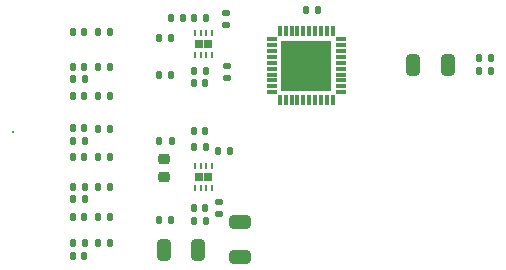
<source format=gbr>
%TF.GenerationSoftware,KiCad,Pcbnew,8.0.4*%
%TF.CreationDate,2024-09-17T19:46:24+01:00*%
%TF.ProjectId,ADE_Main_V4,4144455f-4d61-4696-9e5f-56342e6b6963,rev?*%
%TF.SameCoordinates,Original*%
%TF.FileFunction,Paste,Top*%
%TF.FilePolarity,Positive*%
%FSLAX46Y46*%
G04 Gerber Fmt 4.6, Leading zero omitted, Abs format (unit mm)*
G04 Created by KiCad (PCBNEW 8.0.4) date 2024-09-17 19:46:24*
%MOMM*%
%LPD*%
G01*
G04 APERTURE LIST*
G04 Aperture macros list*
%AMRoundRect*
0 Rectangle with rounded corners*
0 $1 Rounding radius*
0 $2 $3 $4 $5 $6 $7 $8 $9 X,Y pos of 4 corners*
0 Add a 4 corners polygon primitive as box body*
4,1,4,$2,$3,$4,$5,$6,$7,$8,$9,$2,$3,0*
0 Add four circle primitives for the rounded corners*
1,1,$1+$1,$2,$3*
1,1,$1+$1,$4,$5*
1,1,$1+$1,$6,$7*
1,1,$1+$1,$8,$9*
0 Add four rect primitives between the rounded corners*
20,1,$1+$1,$2,$3,$4,$5,0*
20,1,$1+$1,$4,$5,$6,$7,0*
20,1,$1+$1,$6,$7,$8,$9,0*
20,1,$1+$1,$8,$9,$2,$3,0*%
G04 Aperture macros list end*
%ADD10RoundRect,0.135000X-0.135000X-0.185000X0.135000X-0.185000X0.135000X0.185000X-0.135000X0.185000X0*%
%ADD11RoundRect,0.135000X0.135000X0.185000X-0.135000X0.185000X-0.135000X-0.185000X0.135000X-0.185000X0*%
%ADD12RoundRect,0.140000X0.140000X0.170000X-0.140000X0.170000X-0.140000X-0.170000X0.140000X-0.170000X0*%
%ADD13RoundRect,0.140000X-0.140000X-0.170000X0.140000X-0.170000X0.140000X0.170000X-0.140000X0.170000X0*%
%ADD14RoundRect,0.250000X0.650000X-0.325000X0.650000X0.325000X-0.650000X0.325000X-0.650000X-0.325000X0*%
%ADD15RoundRect,0.135000X0.185000X-0.135000X0.185000X0.135000X-0.185000X0.135000X-0.185000X-0.135000X0*%
%ADD16RoundRect,0.225000X0.250000X-0.225000X0.250000X0.225000X-0.250000X0.225000X-0.250000X-0.225000X0*%
%ADD17C,0.200000*%
%ADD18RoundRect,0.135000X-0.185000X0.135000X-0.185000X-0.135000X0.185000X-0.135000X0.185000X0.135000X0*%
%ADD19RoundRect,0.250000X-0.325000X-0.650000X0.325000X-0.650000X0.325000X0.650000X-0.325000X0.650000X0*%
%ADD20R,0.650000X0.750000*%
%ADD21R,0.250000X0.500000*%
%ADD22R,0.304800X0.812800*%
%ADD23R,0.812800X0.304800*%
%ADD24R,4.241800X4.241800*%
%ADD25RoundRect,0.250000X0.325000X0.650000X-0.325000X0.650000X-0.325000X-0.650000X0.325000X-0.650000X0*%
G04 APERTURE END LIST*
D10*
%TO.C,R25*%
X-1510000Y27390000D03*
X-490000Y27390000D03*
%TD*%
D11*
%TO.C,R18*%
X-3390000Y27880000D03*
X-4410000Y27880000D03*
%TD*%
D10*
%TO.C,R5*%
X-9600000Y19200000D03*
X-8580000Y19200000D03*
%TD*%
D12*
%TO.C,C11*%
X-10780000Y37080000D03*
X-11740000Y37080000D03*
%TD*%
D13*
%TO.C,C13*%
X-1500000Y28710000D03*
X-540000Y28710000D03*
%TD*%
D12*
%TO.C,C3*%
X-10780000Y21410000D03*
X-11740000Y21410000D03*
%TD*%
D11*
%TO.C,R9*%
X-3440000Y33440000D03*
X-4460000Y33440000D03*
%TD*%
D14*
%TO.C,C26*%
X2410000Y18075000D03*
X2410000Y21025000D03*
%TD*%
D15*
%TO.C,R20*%
X1250000Y37730000D03*
X1250000Y38750000D03*
%TD*%
D16*
%TO.C,C2*%
X-4030000Y24815000D03*
X-4030000Y26365000D03*
%TD*%
D12*
%TO.C,C7*%
X-10770000Y26480000D03*
X-11730000Y26480000D03*
%TD*%
D17*
%TO.C,TP1*%
X-16789400Y28600400D03*
%TD*%
D11*
%TO.C,R6*%
X-3430000Y21180000D03*
X-4450000Y21180000D03*
%TD*%
D10*
%TO.C,R1*%
X22654800Y34899600D03*
X23674800Y34899600D03*
%TD*%
D18*
%TO.C,R8*%
X1280000Y34240000D03*
X1280000Y33220000D03*
%TD*%
D12*
%TO.C,C4*%
X-10780000Y18150000D03*
X-11740000Y18150000D03*
%TD*%
D13*
%TO.C,C1*%
X22684800Y33782000D03*
X23644800Y33782000D03*
%TD*%
D10*
%TO.C,R26*%
X-1510000Y38280000D03*
X-490000Y38280000D03*
%TD*%
D12*
%TO.C,C16*%
X-2440000Y38310000D03*
X-3400000Y38310000D03*
%TD*%
D10*
%TO.C,R4*%
X-9600000Y21400000D03*
X-8580000Y21400000D03*
%TD*%
D12*
%TO.C,C12*%
X-10780000Y34170000D03*
X-11740000Y34170000D03*
%TD*%
D10*
%TO.C,R11*%
X-9600000Y23980000D03*
X-8580000Y23980000D03*
%TD*%
%TO.C,R24*%
X-1510000Y33820000D03*
X-490000Y33820000D03*
%TD*%
%TO.C,R14*%
X-9600000Y37070000D03*
X-8580000Y37070000D03*
%TD*%
%TO.C,R23*%
X-1510000Y21090000D03*
X-490000Y21090000D03*
%TD*%
D19*
%TO.C,C18*%
X17092400Y34340800D03*
X20042400Y34340800D03*
%TD*%
D10*
%TO.C,R10*%
X-9600000Y26500000D03*
X-8580000Y26500000D03*
%TD*%
%TO.C,R15*%
X-9600000Y34160000D03*
X-8580000Y34160000D03*
%TD*%
D11*
%TO.C,R21*%
X-10730000Y33160000D03*
X-11750000Y33160000D03*
%TD*%
D13*
%TO.C,C6*%
X-1500000Y32750000D03*
X-540000Y32750000D03*
%TD*%
D11*
%TO.C,R17*%
X-10720000Y22960000D03*
X-11740000Y22960000D03*
%TD*%
%TO.C,R7*%
X-10730000Y19200000D03*
X-11750000Y19200000D03*
%TD*%
D20*
%TO.C,U3*%
X-1080000Y36100000D03*
X-280000Y36100000D03*
D21*
X-1430000Y35150000D03*
X-930000Y35150000D03*
X-430000Y35150000D03*
X70000Y35150000D03*
X70000Y37050000D03*
X-430000Y37050000D03*
X-930000Y37050000D03*
X-1430000Y37050000D03*
%TD*%
D12*
%TO.C,C9*%
X-10780000Y31700000D03*
X-11740000Y31700000D03*
%TD*%
%TO.C,C10*%
X-10780000Y28940000D03*
X-11740000Y28940000D03*
%TD*%
D10*
%TO.C,R16*%
X570000Y27050000D03*
X1590000Y27050000D03*
%TD*%
D22*
%TO.C,U2*%
X10287000Y37160200D03*
X9779000Y37160200D03*
X9271000Y37160200D03*
X8788400Y37160200D03*
X8280400Y37160200D03*
X7772400Y37160200D03*
X7264400Y37160200D03*
X6781800Y37160200D03*
X6273800Y37160200D03*
X5765800Y37160200D03*
D23*
X5130800Y36525200D03*
X5130800Y36017200D03*
X5130800Y35509200D03*
X5130800Y35026600D03*
X5130800Y34518600D03*
X5130800Y34010600D03*
X5130800Y33502600D03*
X5130800Y33020000D03*
X5130800Y32512000D03*
X5130800Y32004000D03*
D22*
X5765800Y31369000D03*
X6273800Y31369000D03*
X6781800Y31369000D03*
X7264400Y31369000D03*
X7772400Y31369000D03*
X8280400Y31369000D03*
X8788400Y31369000D03*
X9271000Y31369000D03*
X9779000Y31369000D03*
X10287000Y31369000D03*
D23*
X10922000Y32004000D03*
X10922000Y32512000D03*
X10922000Y33020000D03*
X10922000Y33502600D03*
X10922000Y34010600D03*
X10922000Y34518600D03*
X10922000Y35026600D03*
X10922000Y35509200D03*
X10922000Y36017200D03*
X10922000Y36525200D03*
D24*
X8026400Y34264600D03*
%TD*%
D13*
%TO.C,C5*%
X-1500000Y22200000D03*
X-540000Y22200000D03*
%TD*%
D11*
%TO.C,R22*%
X-3440000Y36620000D03*
X-4460000Y36620000D03*
%TD*%
D10*
%TO.C,R12*%
X-9600000Y31690000D03*
X-8580000Y31690000D03*
%TD*%
D20*
%TO.C,U1*%
X-280000Y24810000D03*
X-1080000Y24810000D03*
D21*
X-1430000Y23860000D03*
X-930000Y23860000D03*
X-430000Y23860000D03*
X70000Y23860000D03*
X70000Y25760000D03*
X-430000Y25760000D03*
X-930000Y25760000D03*
X-1430000Y25760000D03*
%TD*%
D18*
%TO.C,R3*%
X650000Y22680000D03*
X650000Y21660000D03*
%TD*%
D11*
%TO.C,R19*%
X-10730000Y27900000D03*
X-11750000Y27900000D03*
%TD*%
%TO.C,R2*%
X8993600Y38963600D03*
X7973600Y38963600D03*
%TD*%
D10*
%TO.C,R13*%
X-9600000Y28930000D03*
X-8580000Y28930000D03*
%TD*%
D25*
%TO.C,C25*%
X-1105000Y18670000D03*
X-4055000Y18670000D03*
%TD*%
D12*
%TO.C,C8*%
X-10730000Y24000000D03*
X-11690000Y24000000D03*
%TD*%
M02*

</source>
